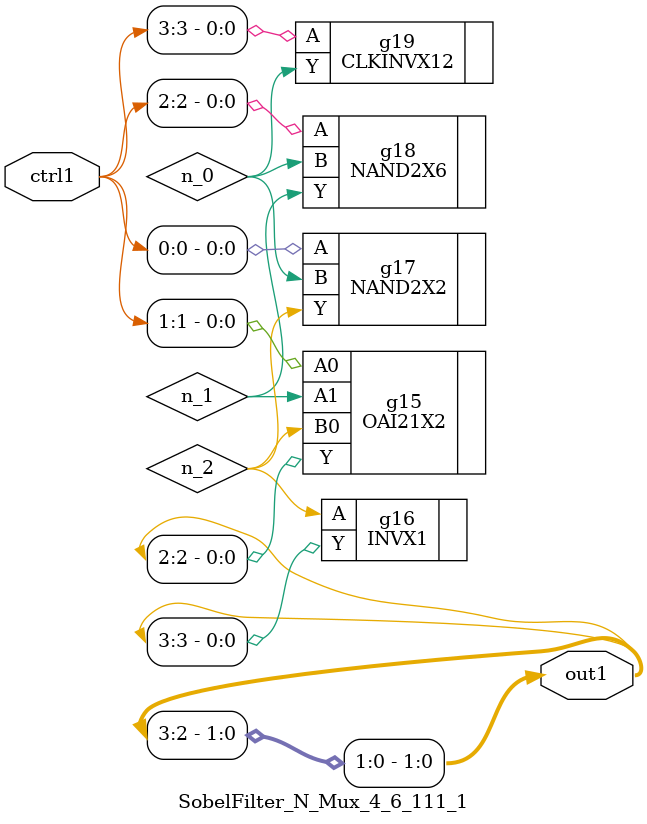
<source format=v>
`timescale 1ps / 1ps


module SobelFilter_N_Mux_4_6_111_1(ctrl1, out1);
  input [3:0] ctrl1;
  output [3:0] out1;
  wire [3:0] ctrl1;
  wire [3:0] out1;
  wire n_0, n_1, n_2;
  assign out1[0] = out1[2];
  assign out1[1] = out1[3];
  OAI21X2 g15(.A0 (ctrl1[1]), .A1 (n_1), .B0 (n_2), .Y (out1[2]));
  INVX1 g16(.A (n_2), .Y (out1[3]));
  NAND2X2 g17(.A (ctrl1[0]), .B (n_0), .Y (n_2));
  NAND2X6 g18(.A (ctrl1[2]), .B (n_0), .Y (n_1));
  CLKINVX12 g19(.A (ctrl1[3]), .Y (n_0));
endmodule



</source>
